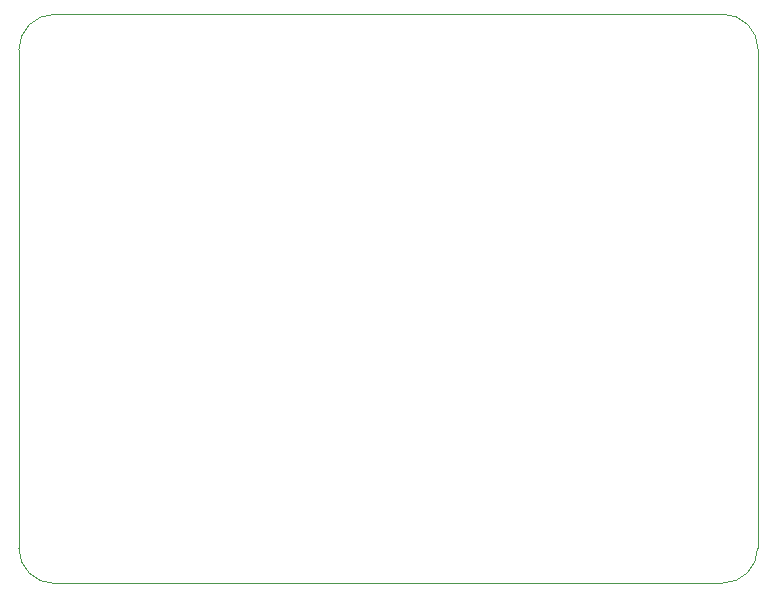
<source format=gbr>
%TF.GenerationSoftware,KiCad,Pcbnew,8.0.4*%
%TF.CreationDate,2024-08-06T16:01:06+03:00*%
%TF.ProjectId,ps2usb,70733275-7362-42e6-9b69-6361645f7063,rev?*%
%TF.SameCoordinates,Original*%
%TF.FileFunction,Profile,NP*%
%FSLAX46Y46*%
G04 Gerber Fmt 4.6, Leading zero omitted, Abs format (unit mm)*
G04 Created by KiCad (PCBNEW 8.0.4) date 2024-08-06 16:01:06*
%MOMM*%
%LPD*%
G01*
G04 APERTURE LIST*
%TA.AperFunction,Profile*%
%ADD10C,0.050000*%
%TD*%
G04 APERTURE END LIST*
D10*
X179400000Y-78700000D02*
X179357348Y-120900000D01*
X116800000Y-120900000D02*
X116800000Y-117100000D01*
X116800000Y-78721320D02*
G75*
G02*
X119800000Y-75721320I3000000J0D01*
G01*
X116800000Y-78721320D02*
X116800000Y-117100000D01*
X119800000Y-75721320D02*
X176400000Y-75700000D01*
X119800000Y-123900000D02*
G75*
G02*
X116800000Y-120900000I0J3000000D01*
G01*
X179357348Y-120900000D02*
G75*
G02*
X176378674Y-123878648I-2978648J0D01*
G01*
X176378674Y-123878674D02*
X119800000Y-123900000D01*
X176400000Y-75700000D02*
G75*
G02*
X179400000Y-78700000I0J-3000000D01*
G01*
M02*

</source>
